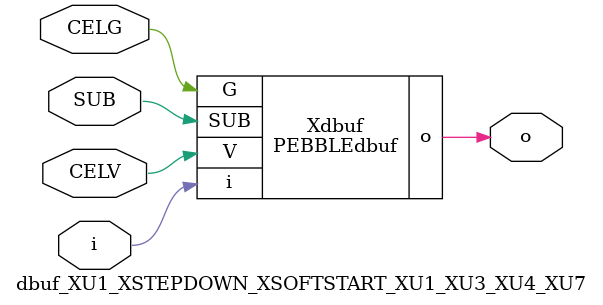
<source format=v>



module PEBBLEdbuf ( o, G, SUB, V, i );

  input V;
  input i;
  input G;
  output o;
  input SUB;
endmodule

//Celera Confidential Do Not Copy dbuf_XU1_XSTEPDOWN_XSOFTSTART_XU1_XU3_XU4_XU7
//Celera Confidential Symbol Generator
//Digital Buffer
module dbuf_XU1_XSTEPDOWN_XSOFTSTART_XU1_XU3_XU4_XU7 (CELV,CELG,i,o,SUB);
input CELV;
input CELG;
input i;
input SUB;
output o;

//Celera Confidential Do Not Copy dbuf
PEBBLEdbuf Xdbuf(
.V (CELV),
.i (i),
.o (o),
.SUB (SUB),
.G (CELG)
);
//,diesize,PEBBLEdbuf

//Celera Confidential Do Not Copy Module End
//Celera Schematic Generator
endmodule

</source>
